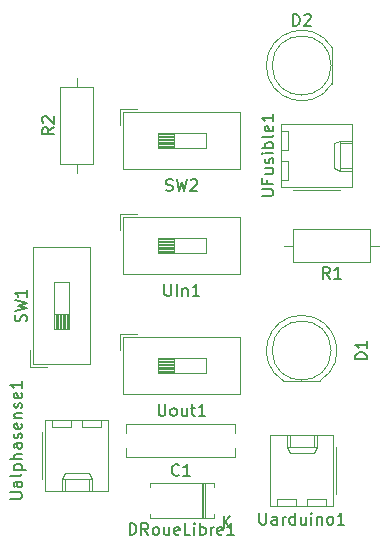
<source format=gto>
%TF.GenerationSoftware,KiCad,Pcbnew,(5.1.10)-1*%
%TF.CreationDate,2021-07-06T16:49:45+02:00*%
%TF.ProjectId,circuitPanneauCarbOnFire,63697263-7569-4745-9061-6e6e65617543,rev?*%
%TF.SameCoordinates,Original*%
%TF.FileFunction,Legend,Top*%
%TF.FilePolarity,Positive*%
%FSLAX46Y46*%
G04 Gerber Fmt 4.6, Leading zero omitted, Abs format (unit mm)*
G04 Created by KiCad (PCBNEW (5.1.10)-1) date 2021-07-06 16:49:45*
%MOMM*%
%LPD*%
G01*
G04 APERTURE LIST*
%ADD10C,0.120000*%
%ADD11C,0.150000*%
G04 APERTURE END LIST*
D10*
%TO.C,SW1*%
X89020000Y-112900000D02*
X89020000Y-103000000D01*
X93860000Y-112900000D02*
X93860000Y-103000000D01*
X89020000Y-112900000D02*
X93860000Y-112900000D01*
X89020000Y-103000000D02*
X93860000Y-103000000D01*
X88780000Y-113140000D02*
X88780000Y-111756000D01*
X88780000Y-113140000D02*
X90163000Y-113140000D01*
X90805000Y-109980000D02*
X92075000Y-109980000D01*
X92075000Y-109980000D02*
X92075000Y-105920000D01*
X92075000Y-105920000D02*
X90805000Y-105920000D01*
X90805000Y-105920000D02*
X90805000Y-109980000D01*
X90925000Y-109980000D02*
X90925000Y-108626667D01*
X91045000Y-109980000D02*
X91045000Y-108626667D01*
X91165000Y-109980000D02*
X91165000Y-108626667D01*
X91285000Y-109980000D02*
X91285000Y-108626667D01*
X91405000Y-109980000D02*
X91405000Y-108626667D01*
X91525000Y-109980000D02*
X91525000Y-108626667D01*
X91645000Y-109980000D02*
X91645000Y-108626667D01*
X91765000Y-109980000D02*
X91765000Y-108626667D01*
X91885000Y-109980000D02*
X91885000Y-108626667D01*
X92005000Y-109980000D02*
X92005000Y-108626667D01*
X90805000Y-108626667D02*
X92075000Y-108626667D01*
%TO.C,D1*%
X114260000Y-111760000D02*
G75*
G03*
X114260000Y-111760000I-2500000J0D01*
G01*
X110215000Y-114320000D02*
X113305000Y-114320000D01*
X111759538Y-108770000D02*
G75*
G02*
X113304830Y-114320000I462J-2990000D01*
G01*
X111760462Y-108770000D02*
G75*
G03*
X110215170Y-114320000I-462J-2990000D01*
G01*
%TO.C,C1*%
X96920000Y-117960000D02*
X106160000Y-117960000D01*
X96920000Y-120800000D02*
X106160000Y-120800000D01*
X96920000Y-117960000D02*
X96920000Y-118715000D01*
X96920000Y-120045000D02*
X96920000Y-120800000D01*
X106160000Y-117960000D02*
X106160000Y-118715000D01*
X106160000Y-120045000D02*
X106160000Y-120800000D01*
%TO.C,D2*%
X114320000Y-89175000D02*
X114320000Y-86085000D01*
X114260000Y-87630000D02*
G75*
G03*
X114260000Y-87630000I-2500000J0D01*
G01*
X108770000Y-87629538D02*
G75*
G03*
X114320000Y-89174830I2990000J-462D01*
G01*
X108770000Y-87630462D02*
G75*
G02*
X114320000Y-86085170I2990000J462D01*
G01*
%TO.C,DRoueLibre1*%
X104320000Y-125600000D02*
X104320000Y-125930000D01*
X104320000Y-125930000D02*
X98880000Y-125930000D01*
X98880000Y-125930000D02*
X98880000Y-125600000D01*
X104320000Y-123320000D02*
X104320000Y-122990000D01*
X104320000Y-122990000D02*
X98880000Y-122990000D01*
X98880000Y-122990000D02*
X98880000Y-123320000D01*
X103420000Y-125930000D02*
X103420000Y-122990000D01*
X103300000Y-125930000D02*
X103300000Y-122990000D01*
X103540000Y-125930000D02*
X103540000Y-122990000D01*
%TO.C,R1*%
X117570000Y-104240000D02*
X117570000Y-101500000D01*
X117570000Y-101500000D02*
X111030000Y-101500000D01*
X111030000Y-101500000D02*
X111030000Y-104240000D01*
X111030000Y-104240000D02*
X117570000Y-104240000D01*
X118340000Y-102870000D02*
X117570000Y-102870000D01*
X110260000Y-102870000D02*
X111030000Y-102870000D01*
%TO.C,R2*%
X92710000Y-88670000D02*
X92710000Y-89440000D01*
X92710000Y-96750000D02*
X92710000Y-95980000D01*
X91340000Y-89440000D02*
X91340000Y-95980000D01*
X94080000Y-89440000D02*
X91340000Y-89440000D01*
X94080000Y-95980000D02*
X94080000Y-89440000D01*
X91340000Y-95980000D02*
X94080000Y-95980000D01*
%TO.C,SW2*%
X100923333Y-93345000D02*
X100923333Y-94615000D01*
X99570000Y-94545000D02*
X100923333Y-94545000D01*
X99570000Y-94425000D02*
X100923333Y-94425000D01*
X99570000Y-94305000D02*
X100923333Y-94305000D01*
X99570000Y-94185000D02*
X100923333Y-94185000D01*
X99570000Y-94065000D02*
X100923333Y-94065000D01*
X99570000Y-93945000D02*
X100923333Y-93945000D01*
X99570000Y-93825000D02*
X100923333Y-93825000D01*
X99570000Y-93705000D02*
X100923333Y-93705000D01*
X99570000Y-93585000D02*
X100923333Y-93585000D01*
X99570000Y-93465000D02*
X100923333Y-93465000D01*
X103630000Y-93345000D02*
X99570000Y-93345000D01*
X103630000Y-94615000D02*
X103630000Y-93345000D01*
X99570000Y-94615000D02*
X103630000Y-94615000D01*
X99570000Y-93345000D02*
X99570000Y-94615000D01*
X96410000Y-91320000D02*
X96410000Y-92703000D01*
X96410000Y-91320000D02*
X97794000Y-91320000D01*
X106550000Y-91560000D02*
X106550000Y-96400000D01*
X96650000Y-91560000D02*
X96650000Y-96400000D01*
X96650000Y-96400000D02*
X106550000Y-96400000D01*
X96650000Y-91560000D02*
X106550000Y-91560000D01*
%TO.C,Ualphasense1*%
X90060000Y-117620000D02*
X90060000Y-123640000D01*
X90060000Y-123640000D02*
X95360000Y-123640000D01*
X95360000Y-123640000D02*
X95360000Y-117620000D01*
X95360000Y-117620000D02*
X90060000Y-117620000D01*
X89770000Y-118650000D02*
X89770000Y-122650000D01*
X91440000Y-123640000D02*
X91440000Y-122640000D01*
X91440000Y-122640000D02*
X93980000Y-122640000D01*
X93980000Y-122640000D02*
X93980000Y-123640000D01*
X91440000Y-122640000D02*
X91690000Y-122110000D01*
X91690000Y-122110000D02*
X93730000Y-122110000D01*
X93730000Y-122110000D02*
X93980000Y-122640000D01*
X91690000Y-123640000D02*
X91690000Y-122640000D01*
X93730000Y-123640000D02*
X93730000Y-122640000D01*
X90640000Y-117620000D02*
X90640000Y-118220000D01*
X90640000Y-118220000D02*
X92240000Y-118220000D01*
X92240000Y-118220000D02*
X92240000Y-117620000D01*
X93180000Y-117620000D02*
X93180000Y-118220000D01*
X93180000Y-118220000D02*
X94780000Y-118220000D01*
X94780000Y-118220000D02*
X94780000Y-117620000D01*
%TO.C,Uarduino1*%
X109690000Y-124350000D02*
X109690000Y-124950000D01*
X111290000Y-124350000D02*
X109690000Y-124350000D01*
X111290000Y-124950000D02*
X111290000Y-124350000D01*
X112230000Y-124350000D02*
X112230000Y-124950000D01*
X113830000Y-124350000D02*
X112230000Y-124350000D01*
X113830000Y-124950000D02*
X113830000Y-124350000D01*
X110740000Y-118930000D02*
X110740000Y-119930000D01*
X112780000Y-118930000D02*
X112780000Y-119930000D01*
X110740000Y-120460000D02*
X110490000Y-119930000D01*
X112780000Y-120460000D02*
X110740000Y-120460000D01*
X113030000Y-119930000D02*
X112780000Y-120460000D01*
X110490000Y-119930000D02*
X110490000Y-118930000D01*
X113030000Y-119930000D02*
X110490000Y-119930000D01*
X113030000Y-118930000D02*
X113030000Y-119930000D01*
X114700000Y-123920000D02*
X114700000Y-119920000D01*
X109110000Y-124950000D02*
X114410000Y-124950000D01*
X109110000Y-118930000D02*
X109110000Y-124950000D01*
X114410000Y-118930000D02*
X109110000Y-118930000D01*
X114410000Y-124950000D02*
X114410000Y-118930000D01*
%TO.C,UFusible1*%
X110000000Y-97900000D02*
X116020000Y-97900000D01*
X116020000Y-97900000D02*
X116020000Y-92600000D01*
X116020000Y-92600000D02*
X110000000Y-92600000D01*
X110000000Y-92600000D02*
X110000000Y-97900000D01*
X111030000Y-98190000D02*
X115030000Y-98190000D01*
X116020000Y-96520000D02*
X115020000Y-96520000D01*
X115020000Y-96520000D02*
X115020000Y-93980000D01*
X115020000Y-93980000D02*
X116020000Y-93980000D01*
X115020000Y-96520000D02*
X114490000Y-96270000D01*
X114490000Y-96270000D02*
X114490000Y-94230000D01*
X114490000Y-94230000D02*
X115020000Y-93980000D01*
X116020000Y-96270000D02*
X115020000Y-96270000D01*
X116020000Y-94230000D02*
X115020000Y-94230000D01*
X110000000Y-97320000D02*
X110600000Y-97320000D01*
X110600000Y-97320000D02*
X110600000Y-95720000D01*
X110600000Y-95720000D02*
X110000000Y-95720000D01*
X110000000Y-94780000D02*
X110600000Y-94780000D01*
X110600000Y-94780000D02*
X110600000Y-93180000D01*
X110600000Y-93180000D02*
X110000000Y-93180000D01*
%TO.C,UIn1*%
X96650000Y-100450000D02*
X106550000Y-100450000D01*
X96650000Y-105290000D02*
X106550000Y-105290000D01*
X96650000Y-100450000D02*
X96650000Y-105290000D01*
X106550000Y-100450000D02*
X106550000Y-105290000D01*
X96410000Y-100210000D02*
X97794000Y-100210000D01*
X96410000Y-100210000D02*
X96410000Y-101593000D01*
X99570000Y-102235000D02*
X99570000Y-103505000D01*
X99570000Y-103505000D02*
X103630000Y-103505000D01*
X103630000Y-103505000D02*
X103630000Y-102235000D01*
X103630000Y-102235000D02*
X99570000Y-102235000D01*
X99570000Y-102355000D02*
X100923333Y-102355000D01*
X99570000Y-102475000D02*
X100923333Y-102475000D01*
X99570000Y-102595000D02*
X100923333Y-102595000D01*
X99570000Y-102715000D02*
X100923333Y-102715000D01*
X99570000Y-102835000D02*
X100923333Y-102835000D01*
X99570000Y-102955000D02*
X100923333Y-102955000D01*
X99570000Y-103075000D02*
X100923333Y-103075000D01*
X99570000Y-103195000D02*
X100923333Y-103195000D01*
X99570000Y-103315000D02*
X100923333Y-103315000D01*
X99570000Y-103435000D02*
X100923333Y-103435000D01*
X100923333Y-102235000D02*
X100923333Y-103505000D01*
%TO.C,Uout1*%
X100923333Y-112395000D02*
X100923333Y-113665000D01*
X99570000Y-113595000D02*
X100923333Y-113595000D01*
X99570000Y-113475000D02*
X100923333Y-113475000D01*
X99570000Y-113355000D02*
X100923333Y-113355000D01*
X99570000Y-113235000D02*
X100923333Y-113235000D01*
X99570000Y-113115000D02*
X100923333Y-113115000D01*
X99570000Y-112995000D02*
X100923333Y-112995000D01*
X99570000Y-112875000D02*
X100923333Y-112875000D01*
X99570000Y-112755000D02*
X100923333Y-112755000D01*
X99570000Y-112635000D02*
X100923333Y-112635000D01*
X99570000Y-112515000D02*
X100923333Y-112515000D01*
X103630000Y-112395000D02*
X99570000Y-112395000D01*
X103630000Y-113665000D02*
X103630000Y-112395000D01*
X99570000Y-113665000D02*
X103630000Y-113665000D01*
X99570000Y-112395000D02*
X99570000Y-113665000D01*
X96410000Y-110370000D02*
X96410000Y-111753000D01*
X96410000Y-110370000D02*
X97794000Y-110370000D01*
X106550000Y-110610000D02*
X106550000Y-115450000D01*
X96650000Y-110610000D02*
X96650000Y-115450000D01*
X96650000Y-115450000D02*
X106550000Y-115450000D01*
X96650000Y-110610000D02*
X106550000Y-110610000D01*
%TO.C,*%
D11*
%TO.C,SW1*%
X88424761Y-109283333D02*
X88472380Y-109140476D01*
X88472380Y-108902380D01*
X88424761Y-108807142D01*
X88377142Y-108759523D01*
X88281904Y-108711904D01*
X88186666Y-108711904D01*
X88091428Y-108759523D01*
X88043809Y-108807142D01*
X87996190Y-108902380D01*
X87948571Y-109092857D01*
X87900952Y-109188095D01*
X87853333Y-109235714D01*
X87758095Y-109283333D01*
X87662857Y-109283333D01*
X87567619Y-109235714D01*
X87520000Y-109188095D01*
X87472380Y-109092857D01*
X87472380Y-108854761D01*
X87520000Y-108711904D01*
X87472380Y-108378571D02*
X88472380Y-108140476D01*
X87758095Y-107950000D01*
X88472380Y-107759523D01*
X87472380Y-107521428D01*
X88472380Y-106616666D02*
X88472380Y-107188095D01*
X88472380Y-106902380D02*
X87472380Y-106902380D01*
X87615238Y-106997619D01*
X87710476Y-107092857D01*
X87758095Y-107188095D01*
%TO.C,D1*%
X117292380Y-112498095D02*
X116292380Y-112498095D01*
X116292380Y-112260000D01*
X116340000Y-112117142D01*
X116435238Y-112021904D01*
X116530476Y-111974285D01*
X116720952Y-111926666D01*
X116863809Y-111926666D01*
X117054285Y-111974285D01*
X117149523Y-112021904D01*
X117244761Y-112117142D01*
X117292380Y-112260000D01*
X117292380Y-112498095D01*
X117292380Y-110974285D02*
X117292380Y-111545714D01*
X117292380Y-111260000D02*
X116292380Y-111260000D01*
X116435238Y-111355238D01*
X116530476Y-111450476D01*
X116578095Y-111545714D01*
%TO.C,C1*%
X101373333Y-122277142D02*
X101325714Y-122324761D01*
X101182857Y-122372380D01*
X101087619Y-122372380D01*
X100944761Y-122324761D01*
X100849523Y-122229523D01*
X100801904Y-122134285D01*
X100754285Y-121943809D01*
X100754285Y-121800952D01*
X100801904Y-121610476D01*
X100849523Y-121515238D01*
X100944761Y-121420000D01*
X101087619Y-121372380D01*
X101182857Y-121372380D01*
X101325714Y-121420000D01*
X101373333Y-121467619D01*
X102325714Y-122372380D02*
X101754285Y-122372380D01*
X102040000Y-122372380D02*
X102040000Y-121372380D01*
X101944761Y-121515238D01*
X101849523Y-121610476D01*
X101754285Y-121658095D01*
%TO.C,D2*%
X111021904Y-84272380D02*
X111021904Y-83272380D01*
X111260000Y-83272380D01*
X111402857Y-83320000D01*
X111498095Y-83415238D01*
X111545714Y-83510476D01*
X111593333Y-83700952D01*
X111593333Y-83843809D01*
X111545714Y-84034285D01*
X111498095Y-84129523D01*
X111402857Y-84224761D01*
X111260000Y-84272380D01*
X111021904Y-84272380D01*
X111974285Y-83367619D02*
X112021904Y-83320000D01*
X112117142Y-83272380D01*
X112355238Y-83272380D01*
X112450476Y-83320000D01*
X112498095Y-83367619D01*
X112545714Y-83462857D01*
X112545714Y-83558095D01*
X112498095Y-83700952D01*
X111926666Y-84272380D01*
X112545714Y-84272380D01*
%TO.C,DRoueLibre1*%
X97195238Y-127382380D02*
X97195238Y-126382380D01*
X97433333Y-126382380D01*
X97576190Y-126430000D01*
X97671428Y-126525238D01*
X97719047Y-126620476D01*
X97766666Y-126810952D01*
X97766666Y-126953809D01*
X97719047Y-127144285D01*
X97671428Y-127239523D01*
X97576190Y-127334761D01*
X97433333Y-127382380D01*
X97195238Y-127382380D01*
X98766666Y-127382380D02*
X98433333Y-126906190D01*
X98195238Y-127382380D02*
X98195238Y-126382380D01*
X98576190Y-126382380D01*
X98671428Y-126430000D01*
X98719047Y-126477619D01*
X98766666Y-126572857D01*
X98766666Y-126715714D01*
X98719047Y-126810952D01*
X98671428Y-126858571D01*
X98576190Y-126906190D01*
X98195238Y-126906190D01*
X99338095Y-127382380D02*
X99242857Y-127334761D01*
X99195238Y-127287142D01*
X99147619Y-127191904D01*
X99147619Y-126906190D01*
X99195238Y-126810952D01*
X99242857Y-126763333D01*
X99338095Y-126715714D01*
X99480952Y-126715714D01*
X99576190Y-126763333D01*
X99623809Y-126810952D01*
X99671428Y-126906190D01*
X99671428Y-127191904D01*
X99623809Y-127287142D01*
X99576190Y-127334761D01*
X99480952Y-127382380D01*
X99338095Y-127382380D01*
X100528571Y-126715714D02*
X100528571Y-127382380D01*
X100100000Y-126715714D02*
X100100000Y-127239523D01*
X100147619Y-127334761D01*
X100242857Y-127382380D01*
X100385714Y-127382380D01*
X100480952Y-127334761D01*
X100528571Y-127287142D01*
X101385714Y-127334761D02*
X101290476Y-127382380D01*
X101100000Y-127382380D01*
X101004761Y-127334761D01*
X100957142Y-127239523D01*
X100957142Y-126858571D01*
X101004761Y-126763333D01*
X101100000Y-126715714D01*
X101290476Y-126715714D01*
X101385714Y-126763333D01*
X101433333Y-126858571D01*
X101433333Y-126953809D01*
X100957142Y-127049047D01*
X102338095Y-127382380D02*
X101861904Y-127382380D01*
X101861904Y-126382380D01*
X102671428Y-127382380D02*
X102671428Y-126715714D01*
X102671428Y-126382380D02*
X102623809Y-126430000D01*
X102671428Y-126477619D01*
X102719047Y-126430000D01*
X102671428Y-126382380D01*
X102671428Y-126477619D01*
X103147619Y-127382380D02*
X103147619Y-126382380D01*
X103147619Y-126763333D02*
X103242857Y-126715714D01*
X103433333Y-126715714D01*
X103528571Y-126763333D01*
X103576190Y-126810952D01*
X103623809Y-126906190D01*
X103623809Y-127191904D01*
X103576190Y-127287142D01*
X103528571Y-127334761D01*
X103433333Y-127382380D01*
X103242857Y-127382380D01*
X103147619Y-127334761D01*
X104052380Y-127382380D02*
X104052380Y-126715714D01*
X104052380Y-126906190D02*
X104100000Y-126810952D01*
X104147619Y-126763333D01*
X104242857Y-126715714D01*
X104338095Y-126715714D01*
X105052380Y-127334761D02*
X104957142Y-127382380D01*
X104766666Y-127382380D01*
X104671428Y-127334761D01*
X104623809Y-127239523D01*
X104623809Y-126858571D01*
X104671428Y-126763333D01*
X104766666Y-126715714D01*
X104957142Y-126715714D01*
X105052380Y-126763333D01*
X105100000Y-126858571D01*
X105100000Y-126953809D01*
X104623809Y-127049047D01*
X106052380Y-127382380D02*
X105480952Y-127382380D01*
X105766666Y-127382380D02*
X105766666Y-126382380D01*
X105671428Y-126525238D01*
X105576190Y-126620476D01*
X105480952Y-126668095D01*
X105148095Y-126812380D02*
X105148095Y-125812380D01*
X105719523Y-126812380D02*
X105290952Y-126240952D01*
X105719523Y-125812380D02*
X105148095Y-126383809D01*
%TO.C,R1*%
X114133333Y-105692380D02*
X113800000Y-105216190D01*
X113561904Y-105692380D02*
X113561904Y-104692380D01*
X113942857Y-104692380D01*
X114038095Y-104740000D01*
X114085714Y-104787619D01*
X114133333Y-104882857D01*
X114133333Y-105025714D01*
X114085714Y-105120952D01*
X114038095Y-105168571D01*
X113942857Y-105216190D01*
X113561904Y-105216190D01*
X115085714Y-105692380D02*
X114514285Y-105692380D01*
X114800000Y-105692380D02*
X114800000Y-104692380D01*
X114704761Y-104835238D01*
X114609523Y-104930476D01*
X114514285Y-104978095D01*
%TO.C,R2*%
X90792380Y-92876666D02*
X90316190Y-93210000D01*
X90792380Y-93448095D02*
X89792380Y-93448095D01*
X89792380Y-93067142D01*
X89840000Y-92971904D01*
X89887619Y-92924285D01*
X89982857Y-92876666D01*
X90125714Y-92876666D01*
X90220952Y-92924285D01*
X90268571Y-92971904D01*
X90316190Y-93067142D01*
X90316190Y-93448095D01*
X89887619Y-92495714D02*
X89840000Y-92448095D01*
X89792380Y-92352857D01*
X89792380Y-92114761D01*
X89840000Y-92019523D01*
X89887619Y-91971904D01*
X89982857Y-91924285D01*
X90078095Y-91924285D01*
X90220952Y-91971904D01*
X90792380Y-92543333D01*
X90792380Y-91924285D01*
%TO.C,SW2*%
X100266666Y-98194761D02*
X100409523Y-98242380D01*
X100647619Y-98242380D01*
X100742857Y-98194761D01*
X100790476Y-98147142D01*
X100838095Y-98051904D01*
X100838095Y-97956666D01*
X100790476Y-97861428D01*
X100742857Y-97813809D01*
X100647619Y-97766190D01*
X100457142Y-97718571D01*
X100361904Y-97670952D01*
X100314285Y-97623333D01*
X100266666Y-97528095D01*
X100266666Y-97432857D01*
X100314285Y-97337619D01*
X100361904Y-97290000D01*
X100457142Y-97242380D01*
X100695238Y-97242380D01*
X100838095Y-97290000D01*
X101171428Y-97242380D02*
X101409523Y-98242380D01*
X101600000Y-97528095D01*
X101790476Y-98242380D01*
X102028571Y-97242380D01*
X102361904Y-97337619D02*
X102409523Y-97290000D01*
X102504761Y-97242380D01*
X102742857Y-97242380D01*
X102838095Y-97290000D01*
X102885714Y-97337619D01*
X102933333Y-97432857D01*
X102933333Y-97528095D01*
X102885714Y-97670952D01*
X102314285Y-98242380D01*
X102933333Y-98242380D01*
%TO.C,Ualphasense1*%
X87082380Y-124332380D02*
X87891904Y-124332380D01*
X87987142Y-124284761D01*
X88034761Y-124237142D01*
X88082380Y-124141904D01*
X88082380Y-123951428D01*
X88034761Y-123856190D01*
X87987142Y-123808571D01*
X87891904Y-123760952D01*
X87082380Y-123760952D01*
X88082380Y-122856190D02*
X87558571Y-122856190D01*
X87463333Y-122903809D01*
X87415714Y-122999047D01*
X87415714Y-123189523D01*
X87463333Y-123284761D01*
X88034761Y-122856190D02*
X88082380Y-122951428D01*
X88082380Y-123189523D01*
X88034761Y-123284761D01*
X87939523Y-123332380D01*
X87844285Y-123332380D01*
X87749047Y-123284761D01*
X87701428Y-123189523D01*
X87701428Y-122951428D01*
X87653809Y-122856190D01*
X88082380Y-122237142D02*
X88034761Y-122332380D01*
X87939523Y-122380000D01*
X87082380Y-122380000D01*
X87415714Y-121856190D02*
X88415714Y-121856190D01*
X87463333Y-121856190D02*
X87415714Y-121760952D01*
X87415714Y-121570476D01*
X87463333Y-121475238D01*
X87510952Y-121427619D01*
X87606190Y-121380000D01*
X87891904Y-121380000D01*
X87987142Y-121427619D01*
X88034761Y-121475238D01*
X88082380Y-121570476D01*
X88082380Y-121760952D01*
X88034761Y-121856190D01*
X88082380Y-120951428D02*
X87082380Y-120951428D01*
X88082380Y-120522857D02*
X87558571Y-120522857D01*
X87463333Y-120570476D01*
X87415714Y-120665714D01*
X87415714Y-120808571D01*
X87463333Y-120903809D01*
X87510952Y-120951428D01*
X88082380Y-119618095D02*
X87558571Y-119618095D01*
X87463333Y-119665714D01*
X87415714Y-119760952D01*
X87415714Y-119951428D01*
X87463333Y-120046666D01*
X88034761Y-119618095D02*
X88082380Y-119713333D01*
X88082380Y-119951428D01*
X88034761Y-120046666D01*
X87939523Y-120094285D01*
X87844285Y-120094285D01*
X87749047Y-120046666D01*
X87701428Y-119951428D01*
X87701428Y-119713333D01*
X87653809Y-119618095D01*
X88034761Y-119189523D02*
X88082380Y-119094285D01*
X88082380Y-118903809D01*
X88034761Y-118808571D01*
X87939523Y-118760952D01*
X87891904Y-118760952D01*
X87796666Y-118808571D01*
X87749047Y-118903809D01*
X87749047Y-119046666D01*
X87701428Y-119141904D01*
X87606190Y-119189523D01*
X87558571Y-119189523D01*
X87463333Y-119141904D01*
X87415714Y-119046666D01*
X87415714Y-118903809D01*
X87463333Y-118808571D01*
X88034761Y-117951428D02*
X88082380Y-118046666D01*
X88082380Y-118237142D01*
X88034761Y-118332380D01*
X87939523Y-118380000D01*
X87558571Y-118380000D01*
X87463333Y-118332380D01*
X87415714Y-118237142D01*
X87415714Y-118046666D01*
X87463333Y-117951428D01*
X87558571Y-117903809D01*
X87653809Y-117903809D01*
X87749047Y-118380000D01*
X87415714Y-117475238D02*
X88082380Y-117475238D01*
X87510952Y-117475238D02*
X87463333Y-117427619D01*
X87415714Y-117332380D01*
X87415714Y-117189523D01*
X87463333Y-117094285D01*
X87558571Y-117046666D01*
X88082380Y-117046666D01*
X88034761Y-116618095D02*
X88082380Y-116522857D01*
X88082380Y-116332380D01*
X88034761Y-116237142D01*
X87939523Y-116189523D01*
X87891904Y-116189523D01*
X87796666Y-116237142D01*
X87749047Y-116332380D01*
X87749047Y-116475238D01*
X87701428Y-116570476D01*
X87606190Y-116618095D01*
X87558571Y-116618095D01*
X87463333Y-116570476D01*
X87415714Y-116475238D01*
X87415714Y-116332380D01*
X87463333Y-116237142D01*
X88034761Y-115380000D02*
X88082380Y-115475238D01*
X88082380Y-115665714D01*
X88034761Y-115760952D01*
X87939523Y-115808571D01*
X87558571Y-115808571D01*
X87463333Y-115760952D01*
X87415714Y-115665714D01*
X87415714Y-115475238D01*
X87463333Y-115380000D01*
X87558571Y-115332380D01*
X87653809Y-115332380D01*
X87749047Y-115808571D01*
X88082380Y-114380000D02*
X88082380Y-114951428D01*
X88082380Y-114665714D02*
X87082380Y-114665714D01*
X87225238Y-114760952D01*
X87320476Y-114856190D01*
X87368095Y-114951428D01*
%TO.C,Uarduino1*%
X108188571Y-125492380D02*
X108188571Y-126301904D01*
X108236190Y-126397142D01*
X108283809Y-126444761D01*
X108379047Y-126492380D01*
X108569523Y-126492380D01*
X108664761Y-126444761D01*
X108712380Y-126397142D01*
X108760000Y-126301904D01*
X108760000Y-125492380D01*
X109664761Y-126492380D02*
X109664761Y-125968571D01*
X109617142Y-125873333D01*
X109521904Y-125825714D01*
X109331428Y-125825714D01*
X109236190Y-125873333D01*
X109664761Y-126444761D02*
X109569523Y-126492380D01*
X109331428Y-126492380D01*
X109236190Y-126444761D01*
X109188571Y-126349523D01*
X109188571Y-126254285D01*
X109236190Y-126159047D01*
X109331428Y-126111428D01*
X109569523Y-126111428D01*
X109664761Y-126063809D01*
X110140952Y-126492380D02*
X110140952Y-125825714D01*
X110140952Y-126016190D02*
X110188571Y-125920952D01*
X110236190Y-125873333D01*
X110331428Y-125825714D01*
X110426666Y-125825714D01*
X111188571Y-126492380D02*
X111188571Y-125492380D01*
X111188571Y-126444761D02*
X111093333Y-126492380D01*
X110902857Y-126492380D01*
X110807619Y-126444761D01*
X110760000Y-126397142D01*
X110712380Y-126301904D01*
X110712380Y-126016190D01*
X110760000Y-125920952D01*
X110807619Y-125873333D01*
X110902857Y-125825714D01*
X111093333Y-125825714D01*
X111188571Y-125873333D01*
X112093333Y-125825714D02*
X112093333Y-126492380D01*
X111664761Y-125825714D02*
X111664761Y-126349523D01*
X111712380Y-126444761D01*
X111807619Y-126492380D01*
X111950476Y-126492380D01*
X112045714Y-126444761D01*
X112093333Y-126397142D01*
X112569523Y-126492380D02*
X112569523Y-125825714D01*
X112569523Y-125492380D02*
X112521904Y-125540000D01*
X112569523Y-125587619D01*
X112617142Y-125540000D01*
X112569523Y-125492380D01*
X112569523Y-125587619D01*
X113045714Y-125825714D02*
X113045714Y-126492380D01*
X113045714Y-125920952D02*
X113093333Y-125873333D01*
X113188571Y-125825714D01*
X113331428Y-125825714D01*
X113426666Y-125873333D01*
X113474285Y-125968571D01*
X113474285Y-126492380D01*
X114093333Y-126492380D02*
X113998095Y-126444761D01*
X113950476Y-126397142D01*
X113902857Y-126301904D01*
X113902857Y-126016190D01*
X113950476Y-125920952D01*
X113998095Y-125873333D01*
X114093333Y-125825714D01*
X114236190Y-125825714D01*
X114331428Y-125873333D01*
X114379047Y-125920952D01*
X114426666Y-126016190D01*
X114426666Y-126301904D01*
X114379047Y-126397142D01*
X114331428Y-126444761D01*
X114236190Y-126492380D01*
X114093333Y-126492380D01*
X115379047Y-126492380D02*
X114807619Y-126492380D01*
X115093333Y-126492380D02*
X115093333Y-125492380D01*
X114998095Y-125635238D01*
X114902857Y-125730476D01*
X114807619Y-125778095D01*
%TO.C,UFusible1*%
X108362380Y-98678571D02*
X109171904Y-98678571D01*
X109267142Y-98630952D01*
X109314761Y-98583333D01*
X109362380Y-98488095D01*
X109362380Y-98297619D01*
X109314761Y-98202380D01*
X109267142Y-98154761D01*
X109171904Y-98107142D01*
X108362380Y-98107142D01*
X108838571Y-97297619D02*
X108838571Y-97630952D01*
X109362380Y-97630952D02*
X108362380Y-97630952D01*
X108362380Y-97154761D01*
X108695714Y-96345238D02*
X109362380Y-96345238D01*
X108695714Y-96773809D02*
X109219523Y-96773809D01*
X109314761Y-96726190D01*
X109362380Y-96630952D01*
X109362380Y-96488095D01*
X109314761Y-96392857D01*
X109267142Y-96345238D01*
X109314761Y-95916666D02*
X109362380Y-95821428D01*
X109362380Y-95630952D01*
X109314761Y-95535714D01*
X109219523Y-95488095D01*
X109171904Y-95488095D01*
X109076666Y-95535714D01*
X109029047Y-95630952D01*
X109029047Y-95773809D01*
X108981428Y-95869047D01*
X108886190Y-95916666D01*
X108838571Y-95916666D01*
X108743333Y-95869047D01*
X108695714Y-95773809D01*
X108695714Y-95630952D01*
X108743333Y-95535714D01*
X109362380Y-95059523D02*
X108695714Y-95059523D01*
X108362380Y-95059523D02*
X108410000Y-95107142D01*
X108457619Y-95059523D01*
X108410000Y-95011904D01*
X108362380Y-95059523D01*
X108457619Y-95059523D01*
X109362380Y-94583333D02*
X108362380Y-94583333D01*
X108743333Y-94583333D02*
X108695714Y-94488095D01*
X108695714Y-94297619D01*
X108743333Y-94202380D01*
X108790952Y-94154761D01*
X108886190Y-94107142D01*
X109171904Y-94107142D01*
X109267142Y-94154761D01*
X109314761Y-94202380D01*
X109362380Y-94297619D01*
X109362380Y-94488095D01*
X109314761Y-94583333D01*
X109362380Y-93535714D02*
X109314761Y-93630952D01*
X109219523Y-93678571D01*
X108362380Y-93678571D01*
X109314761Y-92773809D02*
X109362380Y-92869047D01*
X109362380Y-93059523D01*
X109314761Y-93154761D01*
X109219523Y-93202380D01*
X108838571Y-93202380D01*
X108743333Y-93154761D01*
X108695714Y-93059523D01*
X108695714Y-92869047D01*
X108743333Y-92773809D01*
X108838571Y-92726190D01*
X108933809Y-92726190D01*
X109029047Y-93202380D01*
X109362380Y-91773809D02*
X109362380Y-92345238D01*
X109362380Y-92059523D02*
X108362380Y-92059523D01*
X108505238Y-92154761D01*
X108600476Y-92250000D01*
X108648095Y-92345238D01*
%TO.C,UIn1*%
X100147619Y-106132380D02*
X100147619Y-106941904D01*
X100195238Y-107037142D01*
X100242857Y-107084761D01*
X100338095Y-107132380D01*
X100528571Y-107132380D01*
X100623809Y-107084761D01*
X100671428Y-107037142D01*
X100719047Y-106941904D01*
X100719047Y-106132380D01*
X101195238Y-107132380D02*
X101195238Y-106132380D01*
X101671428Y-106465714D02*
X101671428Y-107132380D01*
X101671428Y-106560952D02*
X101719047Y-106513333D01*
X101814285Y-106465714D01*
X101957142Y-106465714D01*
X102052380Y-106513333D01*
X102100000Y-106608571D01*
X102100000Y-107132380D01*
X103100000Y-107132380D02*
X102528571Y-107132380D01*
X102814285Y-107132380D02*
X102814285Y-106132380D01*
X102719047Y-106275238D01*
X102623809Y-106370476D01*
X102528571Y-106418095D01*
%TO.C,Uout1*%
X99647619Y-116292380D02*
X99647619Y-117101904D01*
X99695238Y-117197142D01*
X99742857Y-117244761D01*
X99838095Y-117292380D01*
X100028571Y-117292380D01*
X100123809Y-117244761D01*
X100171428Y-117197142D01*
X100219047Y-117101904D01*
X100219047Y-116292380D01*
X100838095Y-117292380D02*
X100742857Y-117244761D01*
X100695238Y-117197142D01*
X100647619Y-117101904D01*
X100647619Y-116816190D01*
X100695238Y-116720952D01*
X100742857Y-116673333D01*
X100838095Y-116625714D01*
X100980952Y-116625714D01*
X101076190Y-116673333D01*
X101123809Y-116720952D01*
X101171428Y-116816190D01*
X101171428Y-117101904D01*
X101123809Y-117197142D01*
X101076190Y-117244761D01*
X100980952Y-117292380D01*
X100838095Y-117292380D01*
X102028571Y-116625714D02*
X102028571Y-117292380D01*
X101600000Y-116625714D02*
X101600000Y-117149523D01*
X101647619Y-117244761D01*
X101742857Y-117292380D01*
X101885714Y-117292380D01*
X101980952Y-117244761D01*
X102028571Y-117197142D01*
X102361904Y-116625714D02*
X102742857Y-116625714D01*
X102504761Y-116292380D02*
X102504761Y-117149523D01*
X102552380Y-117244761D01*
X102647619Y-117292380D01*
X102742857Y-117292380D01*
X103600000Y-117292380D02*
X103028571Y-117292380D01*
X103314285Y-117292380D02*
X103314285Y-116292380D01*
X103219047Y-116435238D01*
X103123809Y-116530476D01*
X103028571Y-116578095D01*
%TD*%
M02*

</source>
